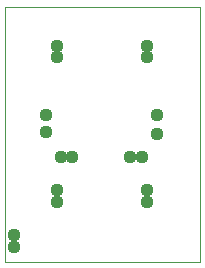
<source format=gbs>
G75*
%MOIN*%
%OFA0B0*%
%FSLAX24Y24*%
%IPPOS*%
%LPD*%
%AMOC8*
5,1,8,0,0,1.08239X$1,22.5*
%
%ADD10C,0.0000*%
%ADD11C,0.0437*%
D10*
X002392Y002517D02*
X002392Y011017D01*
X008892Y011017D01*
X008892Y002517D01*
X002392Y002517D01*
D11*
X002704Y003017D03*
X002704Y003392D03*
X004142Y004517D03*
X004142Y004892D03*
X004267Y006017D03*
X004642Y006017D03*
X003767Y006829D03*
X003767Y007392D03*
X004142Y009329D03*
X004142Y009704D03*
X007142Y009704D03*
X007142Y009329D03*
X007454Y007392D03*
X007454Y006767D03*
X006954Y006017D03*
X006579Y006017D03*
X007142Y004892D03*
X007142Y004517D03*
M02*

</source>
